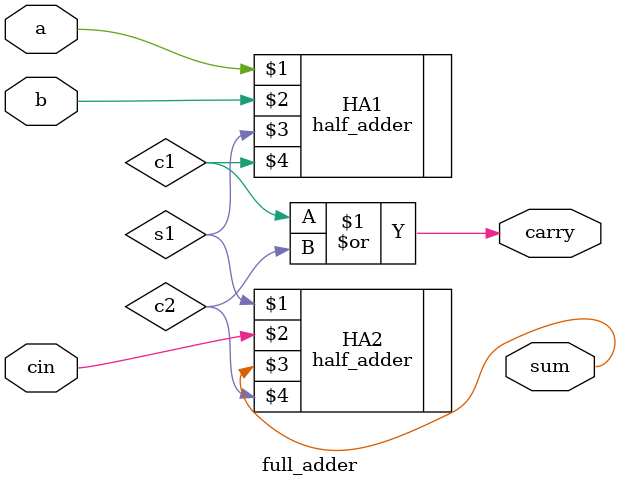
<source format=v>
module full_adder(a, b, cin, sum, carry);
	// PORTAS
	input wire a; 
	input wire b; 
	input wire cin; 
	output sum; 
	output carry;

	// VARIAVEIS
	wire s1;
	
	//PROCESSO
	half_adder	HA1(a, b, s1, c1);
	half_adder HA2(s1, cin, sum, c2);

	assign carry = c1 | c2;

endmodule

</source>
